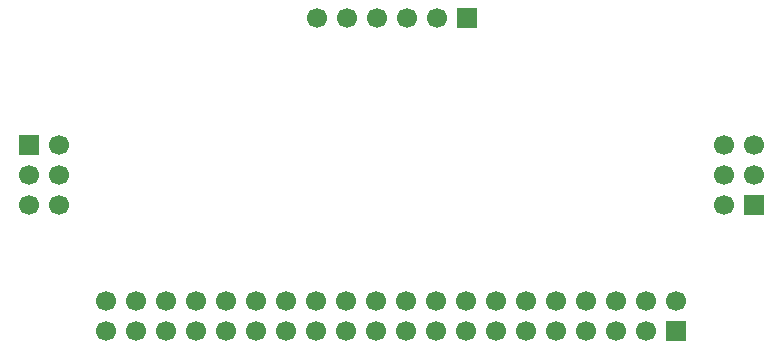
<source format=gts>
G04 #@! TF.GenerationSoftware,KiCad,Pcbnew,9.0.2*
G04 #@! TF.CreationDate,2025-10-25T16:25:04-04:00*
G04 #@! TF.ProjectId,Display,44697370-6c61-4792-9e6b-696361645f70,rev?*
G04 #@! TF.SameCoordinates,Original*
G04 #@! TF.FileFunction,Soldermask,Top*
G04 #@! TF.FilePolarity,Negative*
%FSLAX46Y46*%
G04 Gerber Fmt 4.6, Leading zero omitted, Abs format (unit mm)*
G04 Created by KiCad (PCBNEW 9.0.2) date 2025-10-25 16:25:04*
%MOMM*%
%LPD*%
G01*
G04 APERTURE LIST*
%ADD10R,1.700000X1.700000*%
%ADD11C,1.700000*%
G04 APERTURE END LIST*
D10*
X137060000Y-71410000D03*
D11*
X139600000Y-71410000D03*
X137060000Y-73950000D03*
X139600000Y-73950000D03*
X137060000Y-76490000D03*
X139600000Y-76490000D03*
D10*
X174150000Y-60700000D03*
D11*
X171610000Y-60700000D03*
X169070000Y-60700000D03*
X166530000Y-60700000D03*
X163990000Y-60700000D03*
X161450000Y-60700000D03*
D10*
X191900000Y-87150000D03*
D11*
X191900000Y-84610000D03*
X189360000Y-87150000D03*
X189360000Y-84610000D03*
X186820000Y-87150000D03*
X186820000Y-84610000D03*
X184280000Y-87150000D03*
X184280000Y-84610000D03*
X181740000Y-87150000D03*
X181740000Y-84610000D03*
X179200000Y-87150000D03*
X179200000Y-84610000D03*
X176660000Y-87150000D03*
X176660000Y-84610000D03*
X174120000Y-87150000D03*
X174120000Y-84610000D03*
X171580000Y-87150000D03*
X171580000Y-84610000D03*
X169040000Y-87150000D03*
X169040000Y-84610000D03*
X166500000Y-87150000D03*
X166500000Y-84610000D03*
X163960000Y-87150000D03*
X163960000Y-84610000D03*
X161420000Y-87150000D03*
X161420000Y-84610000D03*
X158880000Y-87150000D03*
X158880000Y-84610000D03*
X156340000Y-87150000D03*
X156340000Y-84610000D03*
X153800000Y-87150000D03*
X153800000Y-84610000D03*
X151260000Y-87150000D03*
X151260000Y-84610000D03*
X148720000Y-87150000D03*
X148720000Y-84610000D03*
X146180000Y-87150000D03*
X146180000Y-84610000D03*
X143640000Y-87150000D03*
X143640000Y-84610000D03*
D10*
X198500000Y-76490000D03*
D11*
X195960000Y-76490000D03*
X198500000Y-73950000D03*
X195960000Y-73950000D03*
X198500000Y-71410000D03*
X195960000Y-71410000D03*
M02*

</source>
